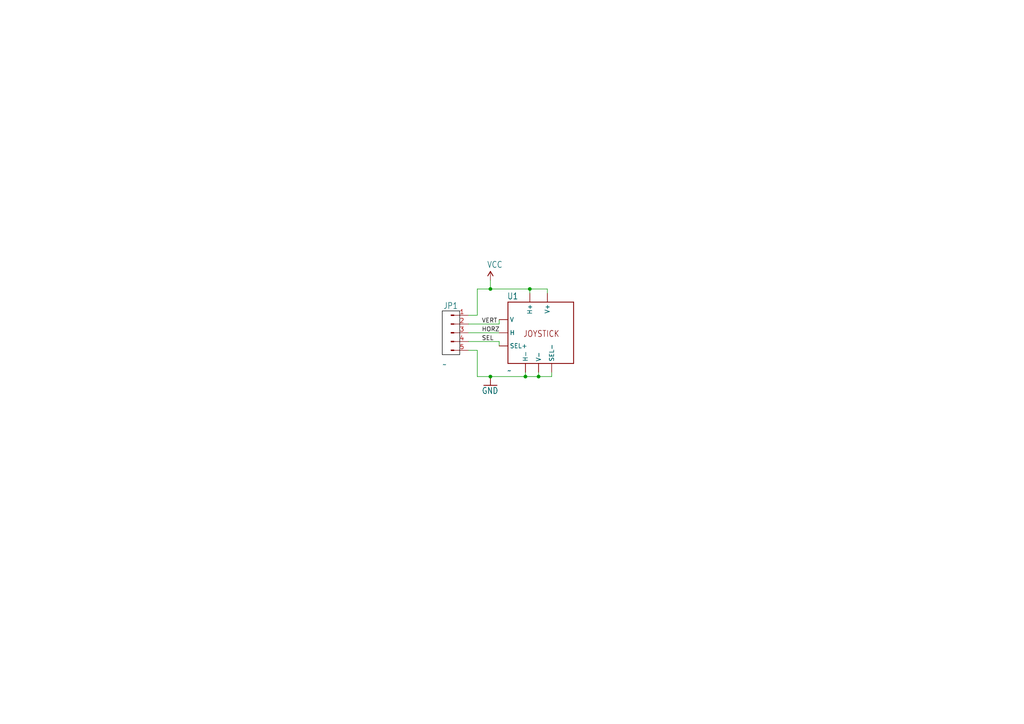
<source format=kicad_sch>
(kicad_sch (version 20231120) (generator "eeschema") (generator_version "8.0")
  (paper "A4")
  (title_block (title "PS5 Thumbstick Breakout Board") (date "2024-08-30") (rev "rev.01") (company "Author: Daniel Benoy") (comment 3 "https://creativecommons.org/licenses/by-sa/4.0/") (comment 4 "This hardware is licensed under Creative Commons ShareAlike 4.0 International"))
  (lib_symbols
    (symbol "Connector:Conn_01x05_Pin" (pin_names (offset 1.016) hide)
      (property "Reference" "J" (at 0 7.62 0))
      (property "Value" "Conn_01x05_Pin" (at 0 -7.62 0))
      (symbol "Conn_01x05_Pin_1_1"
        (polyline (pts (xy 1.27 -5.08) (xy 0.8636 -5.08)) (stroke (width 0.1524)))
        (polyline (pts (xy 1.27 -2.54) (xy 0.8636 -2.54)) (stroke (width 0.1524)))
        (polyline (pts (xy 1.27 0) (xy 0.8636 0)) (stroke (width 0.1524)))
        (polyline (pts (xy 1.27 2.54) (xy 0.8636 2.54)) (stroke (width 0.1524)))
        (polyline (pts (xy 1.27 5.08) (xy 0.8636 5.08)) (stroke (width 0.1524)))
        (rectangle (start 0.8636 -4.953) (end 0 -5.207) (stroke (width 0.1524)) (fill (type outline)))
        (rectangle (start 0.8636 -2.413) (end 0 -2.667) (stroke (width 0.1524)) (fill (type outline)))
        (rectangle (start 0.8636 0.127) (end 0 -0.127) (stroke (width 0.1524)) (fill (type outline)))
        (rectangle (start 0.8636 2.667) (end 0 2.413) (stroke (width 0.1524)) (fill (type outline)))
        (rectangle (start 0.8636 5.207) (end 0 4.953) (stroke (width 0.1524)) (fill (type outline)))
        (pin passive line (at 5.08 5.08 180) (length 3.81) (name "Pin_1") (number "1"))
        (pin passive line (at 5.08 2.54 180) (length 3.81) (name "Pin_2") (number "2"))
        (pin passive line (at 5.08 0 180) (length 3.81) (name "Pin_3") (number "3"))
        (pin passive line (at 5.08 -2.54 180) (length 3.81) (name "Pin_4") (number "4"))
        (pin passive line (at 5.08 -5.08 180) (length 3.81) (name "Pin_5") (number "5"))
      )
    )
    (symbol "Joystick-Breakout-v12-eagle-import:GND" (power)
      (symbol "GND_1_0"
        (polyline (pts (xy -1.905 0) (xy 1.905 0)) (stroke (width 0.254)))
        (pin power_in line (at 0 2.54 270) (length 2.54) (name "GND") (number "1"))
      )
    )
    (symbol "Joystick-Breakout-v12-eagle-import:VCC" (power)
      (symbol "VCC_1_0"
        (polyline (pts (xy 0 2.54) (xy -0.762 1.27)) (stroke (width 0.254)))
        (polyline (pts (xy 0.762 1.27) (xy 0 2.54)) (stroke (width 0.254)))
        (pin power_in line (at 0 0 90) (length 2.54) (name "VCC") (number "1"))
      )
    )
    (symbol "thumbstick-breakout:Joystick"
      (property "Reference" "REF**" (at -10.414 9.652 0))
      (property "Value" "PS5" (at 10.414 -5.334 0))
      (symbol "Joystick_1_0"
        (polyline (pts (xy -10.16 -8.89) (xy -10.16 8.89)) (stroke (width 0.254)))
        (polyline (pts (xy -10.16 8.89) (xy 8.89 8.89)) (stroke (width 0.254)))
        (polyline (pts (xy 8.89 -8.89) (xy -10.16 -8.89)) (stroke (width 0.254)))
        (polyline (pts (xy 8.89 8.89) (xy 8.89 -8.89)) (stroke (width 0.254)))
        (text "JOYSTICK" (at 4.826 0.762 0) (effects (font (size 1.778 1.5113)) (justify right top)))
        (pin bidirectional line (at -5.08 -11.43 90) (length 2.54) (name "H-") (number "1"))
        (pin bidirectional line (at -1.27 -11.43 90) (length 2.54) (name "V-") (number "1'"))
        (pin bidirectional line (at -12.7 0 0) (length 2.54) (name "H") (number "2"))
        (pin bidirectional line (at -12.7 3.81 0) (length 2.54) (name "V") (number "2'"))
        (pin bidirectional line (at -3.81 11.43 270) (length 2.54) (name "H+") (number "3"))
        (pin bidirectional line (at 1.27 11.43 270) (length 2.54) (name "V+") (number "3'"))
        (pin bidirectional line (at -12.7 -3.81 0) (length 2.54) (name "SEL+") (number "a"))
        (pin bidirectional line (at 2.54 -11.43 90) (length 2.54) (name "SEL-") (number "c"))
      )
    )
  )
  (junction (at 153.67 83.82))
  (junction (at 156.21 109.22))
  (junction (at 152.4 109.22))
  (junction (at 142.24 109.22))
  (junction (at 142.24 83.82))
  (wire (pts (xy 156.21 109.22) (xy 160.02 109.22)))
  (wire (pts (xy 158.75 83.82) (xy 158.75 85.09)) (stroke (width 0.1524)))
  (wire (pts (xy 160.02 107.95) (xy 160.02 109.22)))
  (wire (pts (xy 135.89 96.52) (xy 144.78 96.52)))
  (wire (pts (xy 142.24 83.82) (xy 142.24 81.28)) (stroke (width 0.1524)))
  (wire (pts (xy 144.78 92.71) (xy 144.78 93.98)))
  (wire (pts (xy 142.24 83.82) (xy 153.67 83.82)) (stroke (width 0.1524)))
  (wire (pts (xy 156.21 107.95) (xy 156.21 109.22)))
  (wire (pts (xy 135.89 99.06) (xy 144.78 99.06)))
  (wire (pts (xy 135.89 91.44) (xy 138.43 91.44)) (stroke (width 0.1524)))
  (wire (pts (xy 138.43 109.22) (xy 142.24 109.22)))
  (wire (pts (xy 153.67 83.82) (xy 158.75 83.82)) (stroke (width 0.1524)))
  (wire (pts (xy 152.4 109.22) (xy 156.21 109.22)))
  (wire (pts (xy 142.24 109.22) (xy 152.4 109.22)))
  (wire (pts (xy 144.78 99.06) (xy 144.78 100.33)))
  (wire (pts (xy 152.4 107.95) (xy 152.4 109.22)))
  (wire (pts (xy 138.43 91.44) (xy 138.43 83.82)) (stroke (width 0.1524)))
  (wire (pts (xy 153.67 83.82) (xy 153.67 85.09)) (stroke (width 0.1524)))
  (wire (pts (xy 135.89 101.6) (xy 138.43 101.6)))
  (wire (pts (xy 138.43 83.82) (xy 142.24 83.82)) (stroke (width 0.1524)))
  (wire (pts (xy 135.89 93.98) (xy 144.78 93.98)))
  (wire (pts (xy 138.43 101.6) (xy 138.43 109.22)))
  (rectangle (start 128.27 90.17) (end 133.35 102.87) (stroke (width 0) (color 0 0 0 1)))
  (label "SEL" (at 139.7 99.06 0) (effects (font (size 1.2446 1.2446))))
  (label "HORZ" (at 139.7 96.52 0) (effects (font (size 1.2446 1.2446))))
  (label "VERT" (at 139.7 93.98 0) (effects (font (size 1.2446 1.2446))))
  (symbol (lib_id "thumbstick-breakout:Joystick") (at 157.48 96.52 0) (unit 1)
    (property "Reference" "U1" (at 147.066 86.868 0) (effects (font (size 1.778 1.5113)) (justify left bottom)))
    (property "Value" "~" (at 147.066 108.458 0) (effects (font (size 1.778 1.5113)) (justify left bottom)))
    (property "Footprint" "thumbstick-breakout:Joystick" (effects (hide yes)))
  )
  (symbol (lib_id "Connector:Conn_01x05_Pin") (at 130.81 96.52 0) (unit 1)
    (property "Reference" "JP1" (at 128.524 89.662 0) (effects (font (size 1.778 1.5113)) (justify left bottom)))
    (property "Value" "~" (at 128.27 106.68 0) (effects (font (size 1.778 1.5113)) (justify left bottom)))
    (property "Footprint" "thumbstick-breakout:1x05" (effects (hide yes)))
    (property "Description" "Generic connector, single row, 01x05, script generated" (effects (hide yes)))
  )
  (symbol (lib_id "Joystick-Breakout-v12-eagle-import:GND") (at 142.24 111.76 0) (unit 1)
    (property "Reference" "#GND01" (effects (hide yes)))
    (property "Value" "GND" (at 139.7 114.3 0) (effects (font (size 1.778 1.5113)) (justify left bottom)))
  )
  (symbol (lib_id "Joystick-Breakout-v12-eagle-import:VCC") (at 142.24 81.28 0) (unit 1)
    (property "Reference" "#P+01" (effects (hide yes)))
    (property "Value" "VCC" (at 141.224 77.724 0) (effects (font (size 1.778 1.5113)) (justify left bottom)))
  )
)
</source>
